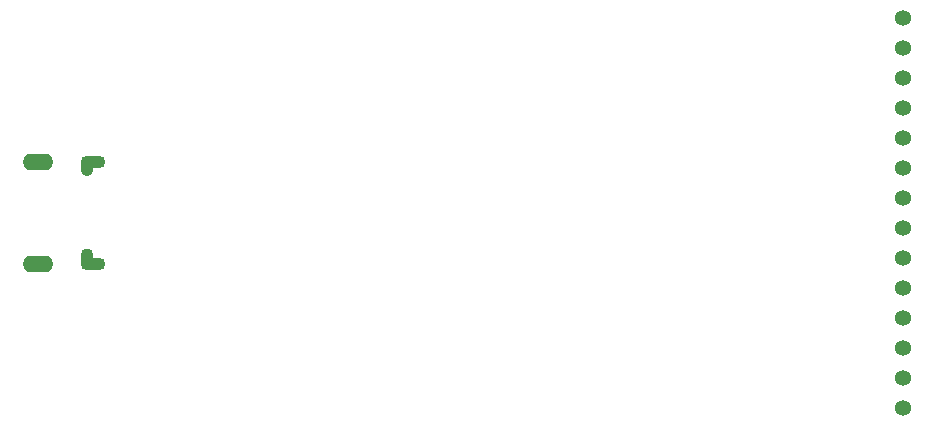
<source format=gbs>
G04 Layer: BottomSolderMaskLayer*
G04 EasyEDA v6.5.22, 2023-04-11 14:51:41*
G04 09d7e0edd1714e2dabe8a3ea8b78781f,917733c78a1c4f138cc1705716371eb4,10*
G04 Gerber Generator version 0.2*
G04 Scale: 100 percent, Rotated: No, Reflected: No *
G04 Dimensions in inches *
G04 leading zeros omitted , absolute positions ,3 integer and 6 decimal *
%FSLAX36Y36*%
%MOIN*%

%ADD10C,0.0536*%
%ADD11O,0.102425X0.05518100000000001*%
%ADD12O,0.08267799999999999X0.043308*%
%ADD13O,0.043308X0.06299300000000001*%
%ADD14O,0.041732X0.061417*%

%LPD*%
D10*
G01*
X2732923Y-645270D03*
G01*
X2732923Y-545270D03*
G01*
X2732923Y-445270D03*
G01*
X2732923Y-345270D03*
G01*
X2732923Y-245270D03*
G01*
X2732923Y-145270D03*
G01*
X2732923Y-45270D03*
G01*
X2732923Y54729D03*
G01*
X2732923Y154729D03*
G01*
X2732923Y254729D03*
G01*
X2732923Y354729D03*
G01*
X2732923Y454729D03*
G01*
X2732923Y554729D03*
G01*
X2732923Y654729D03*
D11*
G01*
X-152355Y174810D03*
G01*
X-152355Y-165349D03*
D12*
G01*
X30713Y-166140D03*
D13*
G01*
X11024Y-146449D03*
D12*
G01*
X30713Y175599D03*
D14*
G01*
X11024Y155910D03*
M02*

</source>
